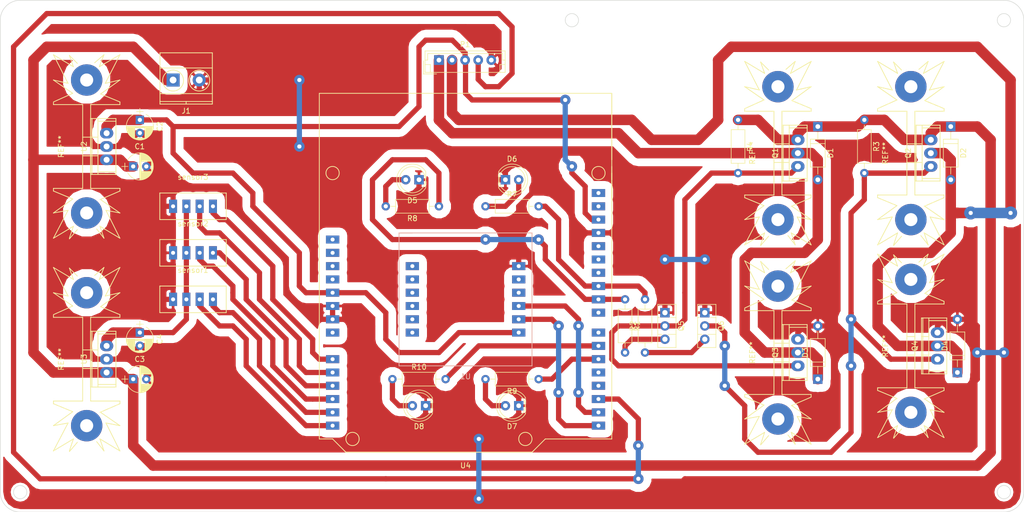
<source format=kicad_pcb>
(kicad_pcb (version 4) (host pcbnew 4.0.5+dfsg1-4)
  (layers (0 F.Cu signal) (31 B.Cu signal) (34 B.Paste user) (35 F.Paste user) (36 B.SilkS user) (37 F.SilkS user) (38 B.Mask user) (39 F.Mask user) (44 Edge.Cuts user))
  (net 0 "")
  (net 1 +12V)
  (net 2 GND)
  (net 3 +5V)
  (net 4 +9V)
  (net 5 motor+)
  (net 6 motor-)
  (net 7 "Net-(D5-Pad2)")
  (net 8 "Net-(D6-Pad2)")
  (net 9 "Net-(D7-Pad2)")
  (net 10 "Net-(D8-Pad2)")
  (net 11 pulse)
  (net 12 "Net-(Q1-Pad1)")
  (net 13 "Net-(Q2-Pad1)")
  (net 14 "Net-(Q5-Pad3)")
  (net 15 "Net-(Q6-Pad3)")
  (net 16 signal1)
  (net 17 signal2)
  (net 18 ccw_state)
  (net 19 cw_state)
  (net 20 temp1)
  (net 21 wind1)
  (net 22 temp2)
  (net 23 wind2)
  (net 24 temp3)
  (net 25 wind3)
  (net 26 "Net-(U1-Pad4)")
  (net 27 "Net-(U1-Pad5)")
  (net 28 "Net-(U1-Pad7)")
  (net 29 "Net-(U1-Pad8)")
  (net 30 "Net-(U1-Pad9)")
  (net 31 "Net-(U1-Pad10)")
  (net 32 "Net-(U1-Pad11)")
  (net 33 "Net-(U1-Pad12)")
  (net 34 "Net-(U4-Pad18)")
  (net 35 "Net-(U4-Pad19)")
  (net 36 "Net-(U4-Pad22)")
  (net 37 "Net-(U4-Pad8)")
  (net 38 "Net-(U4-Pad23)")
  (net 39 "Net-(U4-Pad26)")
  (net 40 "Net-(U4-Pad27)")
  (net 41 "Net-(U4-Pad28)")
  (net 42 "Net-(U4-Pad4)")
  (net 43 "Net-(U4-Pad3)")
  (net 44 "Net-(U4-Pad2)")
  (net 45 rx)
  (net 46 tx)
  (module Heatsinks:Heatsink_Fischer_SK104-STC-STIC_35x13mm_2xDrill2.5mm (layer F.Cu) (at 231.14 78.74 90)
    (fp_text reference REF** (at -0.025 -4.875 90) (layer F.SilkS))
    (fp_text value Heatsink_Fischer_SK104-STC-STIC_35x13mm_2xDrill2.5mm)
    (pad 1 thru_hole circle (at 12.7 0 90) (size 5.99948 5.99948) (drill 2.49936) (layers *.Cu *.Mask))
    (pad 1 thru_hole circle (at -12.7 0 90) (size 5.99948 5.99948) (drill 2.49936) (layers *.Cu *.Mask))
  )
  (module Heatsinks:Heatsink_Fischer_SK104-STC-STIC_35x13mm_2xDrill2.5mm (layer F.Cu) (at 231.14 115.57 90)
    (fp_text reference REF** (at -0.025 -4.875 90) (layer F.SilkS))
    (fp_text value Heatsink_Fischer_SK104-STC-STIC_35x13mm_2xDrill2.5mm)
    (pad 1 thru_hole circle (at 12.7 0 90) (size 5.99948 5.99948) (drill 2.49936) (layers *.Cu *.Mask))
    (pad 1 thru_hole circle (at -12.7 0 90) (size 5.99948 5.99948) (drill 2.49936) (layers *.Cu *.Mask))
  )
  (module Heatsinks:Heatsink_Fischer_SK104-STC-STIC_35x13mm_2xDrill2.5mm (layer F.Cu) (at 205.74 116.84 90)
    (fp_text reference REF** (at -0.025 -4.875 90) (layer F.SilkS))
    (fp_text value Heatsink_Fischer_SK104-STC-STIC_35x13mm_2xDrill2.5mm)
    (pad 1 thru_hole circle (at 12.7 0 90) (size 5.99948 5.99948) (drill 2.49936) (layers *.Cu *.Mask))
    (pad 1 thru_hole circle (at -12.7 0 90) (size 5.99948 5.99948) (drill 2.49936) (layers *.Cu *.Mask))
  )
  (module Heatsinks:Heatsink_Fischer_SK104-STC-STIC_35x13mm_2xDrill2.5mm (layer F.Cu) (at 205.74 78.74 90)
    (fp_text reference REF** (at -0.025 -4.875 90) (layer F.SilkS))
    (fp_text value Heatsink_Fischer_SK104-STC-STIC_35x13mm_2xDrill2.5mm)
    (pad 1 thru_hole circle (at 12.7 0 90) (size 5.99948 5.99948) (drill 2.49936) (layers *.Cu *.Mask))
    (pad 1 thru_hole circle (at -12.7 0 90) (size 5.99948 5.99948) (drill 2.49936) (layers *.Cu *.Mask))
  )
  (module Capacitors_THT:CP_Radial_D5.0mm_P2.50mm (layer F.Cu) (at 82.55 81.28)
    (fp_text reference C1 (at 1.25 -3.81) (layer F.SilkS))
    (fp_text value 0.33uF)
    (pad 1 thru_hole rect (at 0 0) (size 1.6 1.6) (drill 0.8) (layers *.Cu *.Mask) (net 1 +12V))
    (pad 2 thru_hole circle (at 2.5 0) (size 1.6 1.6) (drill 0.8) (layers *.Cu *.Mask) (net 2 GND))
  )
  (module Capacitors_THT:CP_Radial_D5.0mm_P2.50mm (layer F.Cu) (at 83.82 72.39 270)
    (fp_text reference C2 (at 1.25 -3.81 270) (layer F.SilkS))
    (fp_text value 0.1uF)
    (pad 1 thru_hole rect (at 0 0 270) (size 1.6 1.6) (drill 0.8) (layers *.Cu *.Mask) (net 3 +5V))
    (pad 2 thru_hole circle (at 2.5 0 270) (size 1.6 1.6) (drill 0.8) (layers *.Cu *.Mask) (net 2 GND))
  )
  (module Capacitors_THT:CP_Radial_D5.0mm_P2.50mm (layer F.Cu) (at 82.55 121.92)
    (fp_text reference C3 (at 1.25 -3.81) (layer F.SilkS))
    (fp_text value 0.33uF)
    (pad 1 thru_hole rect (at 0 0) (size 1.6 1.6) (drill 0.8) (layers *.Cu *.Mask) (net 1 +12V))
    (pad 2 thru_hole circle (at 2.5 0) (size 1.6 1.6) (drill 0.8) (layers *.Cu *.Mask) (net 2 GND))
  )
  (module Capacitors_THT:CP_Radial_D5.0mm_P2.50mm (layer F.Cu) (at 83.82 113.03 270)
    (fp_text reference C4 (at 1.25 -3.81 270) (layer F.SilkS))
    (fp_text value 0.1uF)
    (pad 1 thru_hole rect (at 0 0 270) (size 1.6 1.6) (drill 0.8) (layers *.Cu *.Mask) (net 4 +9V))
    (pad 2 thru_hole circle (at 2.5 0 270) (size 1.6 1.6) (drill 0.8) (layers *.Cu *.Mask) (net 2 GND))
  )
  (module Diodes_THT:D_A-405_P10.16mm_Horizontal (layer F.Cu) (at 213.36 73.66 270)
    (fp_text reference D1 (at 5.08 -2.41 270) (layer F.SilkS))
    (fp_text value D)
    (pad 1 thru_hole rect (at 0 0 270) (size 1.8 1.8) (drill 0.9) (layers *.Cu *.Mask) (net 1 +12V))
    (pad 2 thru_hole oval (at 10.16 0 270) (size 1.8 1.8) (drill 0.9) (layers *.Cu *.Mask) (net 5 motor+))
  )
  (module Diodes_THT:D_A-405_P10.16mm_Horizontal (layer F.Cu) (at 238.76 73.66 270)
    (fp_text reference D2 (at 5.08 -2.41 270) (layer F.SilkS))
    (fp_text value D)
    (pad 1 thru_hole rect (at 0 0 270) (size 1.8 1.8) (drill 0.9) (layers *.Cu *.Mask) (net 1 +12V))
    (pad 2 thru_hole oval (at 10.16 0 270) (size 1.8 1.8) (drill 0.9) (layers *.Cu *.Mask) (net 6 motor-))
  )
  (module Diodes_THT:D_A-405_P10.16mm_Horizontal (layer F.Cu) (at 213.36 121.92 90)
    (fp_text reference D3 (at 5.08 -2.41 90) (layer F.SilkS))
    (fp_text value D)
    (pad 1 thru_hole rect (at 0 0 90) (size 1.8 1.8) (drill 0.9) (layers *.Cu *.Mask) (net 5 motor+))
    (pad 2 thru_hole oval (at 10.16 0 90) (size 1.8 1.8) (drill 0.9) (layers *.Cu *.Mask) (net 2 GND))
  )
  (module Diodes_THT:D_A-405_P10.16mm_Horizontal (layer F.Cu) (at 240.03 120.65 90)
    (fp_text reference D4 (at 5.08 -2.41 90) (layer F.SilkS))
    (fp_text value D)
    (pad 1 thru_hole rect (at 0 0 90) (size 1.8 1.8) (drill 0.9) (layers *.Cu *.Mask) (net 6 motor-))
    (pad 2 thru_hole oval (at 10.16 0 90) (size 1.8 1.8) (drill 0.9) (layers *.Cu *.Mask) (net 2 GND))
  )
  (module LEDs:LED_D5.0mm (layer F.Cu) (at 137.16 83.82 180)
    (fp_text reference D5 (at 1.27 -3.96 180) (layer F.SilkS))
    (fp_text value LED)
    (pad 1 thru_hole rect (at 0 0 180) (size 1.8 1.8) (drill 0.9) (layers *.Cu *.Mask) (net 2 GND))
    (pad 2 thru_hole circle (at 2.54 0 180) (size 1.8 1.8) (drill 0.9) (layers *.Cu *.Mask) (net 7 "Net-(D5-Pad2)"))
  )
  (module LEDs:LED_D5.0mm (layer F.Cu) (at 153.67 83.82)
    (fp_text reference D6 (at 1.27 -3.96) (layer F.SilkS))
    (fp_text value LED)
    (pad 1 thru_hole rect (at 0 0) (size 1.8 1.8) (drill 0.9) (layers *.Cu *.Mask) (net 2 GND))
    (pad 2 thru_hole circle (at 2.54 0) (size 1.8 1.8) (drill 0.9) (layers *.Cu *.Mask) (net 8 "Net-(D6-Pad2)"))
  )
  (module LEDs:LED_D5.0mm (layer F.Cu) (at 156.21 127 180)
    (fp_text reference D7 (at 1.27 -3.96 180) (layer F.SilkS))
    (fp_text value LED)
    (pad 1 thru_hole rect (at 0 0 180) (size 1.8 1.8) (drill 0.9) (layers *.Cu *.Mask) (net 2 GND))
    (pad 2 thru_hole circle (at 2.54 0 180) (size 1.8 1.8) (drill 0.9) (layers *.Cu *.Mask) (net 9 "Net-(D7-Pad2)"))
  )
  (module LEDs:LED_D5.0mm (layer F.Cu) (at 138.43 127 180)
    (fp_text reference D8 (at 1.27 -3.96 180) (layer F.SilkS))
    (fp_text value LED)
    (pad 1 thru_hole rect (at 0 0 180) (size 1.8 1.8) (drill 0.9) (layers *.Cu *.Mask) (net 2 GND))
    (pad 2 thru_hole circle (at 2.54 0 180) (size 1.8 1.8) (drill 0.9) (layers *.Cu *.Mask) (net 10 "Net-(D8-Pad2)"))
  )
  (module TerminalBlock_Phoenix:TerminalBlock_Phoenix_MKDS1.5-2pol (layer F.Cu) (at 90.17 64.77)
    (fp_text reference J1 (at 2.5 5.9) (layer F.SilkS))
    (fp_text value Screw_Terminal_1x02)
    (pad 1 thru_hole rect (at 0 0) (size 2.5 2.5) (drill 1.3) (layers *.Cu *.Mask) (net 1 +12V))
    (pad 2 thru_hole circle (at 5 0) (size 2.5 2.5) (drill 1.3) (layers *.Cu *.Mask) (net 2 GND))
  )
  (module Connectors_JST:JST_EH_B05B-EH-A_05x2.50mm_Straight (layer F.Cu) (at 140.97 60.96)
    (fp_text reference P1 (at 5 -3) (layer F.SilkS))
    (fp_text value CONN_01X05)
    (pad 1 thru_hole rect (at 0 0) (size 1.85 1.85) (drill 0.9) (layers *.Cu *.Mask) (net 5 motor+))
    (pad 2 thru_hole circle (at 2.5 0) (size 1.85 1.85) (drill 0.9) (layers *.Cu *.Mask) (net 6 motor-))
    (pad 3 thru_hole circle (at 5 0) (size 1.85 1.85) (drill 0.9) (layers *.Cu *.Mask) (net 3 +5V))
    (pad 4 thru_hole circle (at 7.5 0) (size 1.85 1.85) (drill 0.9) (layers *.Cu *.Mask) (net 11 pulse))
    (pad 5 thru_hole circle (at 10 0) (size 1.85 1.85) (drill 0.9) (layers *.Cu *.Mask) (net 2 GND))
  )
  (module Power_Integrations:TO-220 (layer F.Cu) (at 209.55 78.74 90)
    (fp_text reference Q1 (at 0 -4.318 90) (layer F.SilkS))
    (fp_text value IRF9540N)
    (pad 2 thru_hole oval (at 0 0 90) (size 2.032 2.54) (drill 1.143) (layers *.Cu *.Mask) (net 5 motor+))
    (pad 3 thru_hole oval (at 2.54 0 90) (size 2.032 2.54) (drill 1.143) (layers *.Cu *.Mask) (net 1 +12V))
    (pad 1 thru_hole oval (at -2.54 0 90) (size 2.032 2.54) (drill 1.143) (layers *.Cu *.Mask) (net 12 "Net-(Q1-Pad1)"))
  )
  (module Power_Integrations:TO-220 (layer F.Cu) (at 234.95 78.74 90)
    (fp_text reference Q2 (at 0 -4.318 90) (layer F.SilkS))
    (fp_text value IRF9540N)
    (pad 2 thru_hole oval (at 0 0 90) (size 2.032 2.54) (drill 1.143) (layers *.Cu *.Mask) (net 6 motor-))
    (pad 3 thru_hole oval (at 2.54 0 90) (size 2.032 2.54) (drill 1.143) (layers *.Cu *.Mask) (net 1 +12V))
    (pad 1 thru_hole oval (at -2.54 0 90) (size 2.032 2.54) (drill 1.143) (layers *.Cu *.Mask) (net 13 "Net-(Q2-Pad1)"))
  )
  (module Power_Integrations:TO-220 (layer F.Cu) (at 209.55 116.84 90)
    (fp_text reference Q3 (at 0 -4.318 90) (layer F.SilkS))
    (fp_text value IRF540N)
    (pad 2 thru_hole oval (at 0 0 90) (size 2.032 2.54) (drill 1.143) (layers *.Cu *.Mask) (net 5 motor+))
    (pad 3 thru_hole oval (at 2.54 0 90) (size 2.032 2.54) (drill 1.143) (layers *.Cu *.Mask) (net 2 GND))
    (pad 1 thru_hole oval (at -2.54 0 90) (size 2.032 2.54) (drill 1.143) (layers *.Cu *.Mask) (net 12 "Net-(Q1-Pad1)"))
  )
  (module Power_Integrations:TO-220 (layer F.Cu) (at 236.22 115.57 90)
    (fp_text reference Q4 (at 0 -4.318 90) (layer F.SilkS))
    (fp_text value IRF540N)
    (pad 2 thru_hole oval (at 0 0 90) (size 2.032 2.54) (drill 1.143) (layers *.Cu *.Mask) (net 6 motor-))
    (pad 3 thru_hole oval (at 2.54 0 90) (size 2.032 2.54) (drill 1.143) (layers *.Cu *.Mask) (net 2 GND))
    (pad 1 thru_hole oval (at -2.54 0 90) (size 2.032 2.54) (drill 1.143) (layers *.Cu *.Mask) (net 13 "Net-(Q2-Pad1)"))
  )
  (module TO_SOT_Packages_THT:TO-126_Vertical (layer F.Cu) (at 184.15 109.22 270)
    (fp_text reference Q5 (at 2.54 -3.12 270) (layer F.SilkS))
    (fp_text value BD139)
    (pad 1 thru_hole rect (at 0 0 270) (size 1.8 1.8) (drill 1) (layers *.Cu *.Mask) (net 2 GND))
    (pad 2 thru_hole oval (at 2.54 0 270) (size 1.8 1.8) (drill 1) (layers *.Cu *.Mask) (net 12 "Net-(Q1-Pad1)"))
    (pad 3 thru_hole oval (at 5.08 0 270) (size 1.8 1.8) (drill 1) (layers *.Cu *.Mask) (net 14 "Net-(Q5-Pad3)"))
  )
  (module TO_SOT_Packages_THT:TO-126_Vertical (layer F.Cu) (at 191.77 109.22 270)
    (fp_text reference Q6 (at 2.54 -3.12 270) (layer F.SilkS))
    (fp_text value BD139)
    (pad 1 thru_hole rect (at 0 0 270) (size 1.8 1.8) (drill 1) (layers *.Cu *.Mask) (net 2 GND))
    (pad 2 thru_hole oval (at 2.54 0 270) (size 1.8 1.8) (drill 1) (layers *.Cu *.Mask) (net 13 "Net-(Q2-Pad1)"))
    (pad 3 thru_hole oval (at 5.08 0 270) (size 1.8 1.8) (drill 1) (layers *.Cu *.Mask) (net 15 "Net-(Q6-Pad3)"))
  )
  (module Resistors_THT:R_Axial_DIN0207_L6.3mm_D2.5mm_P10.16mm_Horizontal (layer F.Cu) (at 176.53 106.68 270)
    (fp_text reference R1 (at 5.08 -2.31 270) (layer F.SilkS))
    (fp_text value 330)
    (pad 1 thru_hole circle (at 0 0 270) (size 1.6 1.6) (drill 0.8) (layers *.Cu *.Mask) (net 16 signal1))
    (pad 2 thru_hole oval (at 10.16 0 270) (size 1.6 1.6) (drill 0.8) (layers *.Cu *.Mask) (net 14 "Net-(Q5-Pad3)"))
  )
  (module Resistors_THT:R_Axial_DIN0207_L6.3mm_D2.5mm_P10.16mm_Horizontal (layer F.Cu) (at 180.34 116.84 90)
    (fp_text reference R2 (at 5.08 -2.31 90) (layer F.SilkS))
    (fp_text value 330)
    (pad 1 thru_hole circle (at 0 0 90) (size 1.6 1.6) (drill 0.8) (layers *.Cu *.Mask) (net 15 "Net-(Q6-Pad3)"))
    (pad 2 thru_hole oval (at 10.16 0 90) (size 1.6 1.6) (drill 0.8) (layers *.Cu *.Mask) (net 17 signal2))
  )
  (module Resistors_THT:R_Axial_DIN0207_L6.3mm_D2.5mm_P10.16mm_Horizontal (layer F.Cu) (at 222.25 72.39 270)
    (fp_text reference R3 (at 5.08 -2.31 270) (layer F.SilkS))
    (fp_text value 10k)
    (pad 1 thru_hole circle (at 0 0 270) (size 1.6 1.6) (drill 0.8) (layers *.Cu *.Mask) (net 1 +12V))
    (pad 2 thru_hole oval (at 10.16 0 270) (size 1.6 1.6) (drill 0.8) (layers *.Cu *.Mask) (net 13 "Net-(Q2-Pad1)"))
  )
  (module Resistors_THT:R_Axial_DIN0207_L6.3mm_D2.5mm_P10.16mm_Horizontal (layer F.Cu) (at 198.12 72.39 270)
    (fp_text reference R4 (at 5.08 -2.31 270) (layer F.SilkS))
    (fp_text value 10k)
    (pad 1 thru_hole circle (at 0 0 270) (size 1.6 1.6) (drill 0.8) (layers *.Cu *.Mask) (net 1 +12V))
    (pad 2 thru_hole oval (at 10.16 0 270) (size 1.6 1.6) (drill 0.8) (layers *.Cu *.Mask) (net 12 "Net-(Q1-Pad1)"))
  )
  (module Resistors_THT:R_Axial_DIN0207_L6.3mm_D2.5mm_P10.16mm_Horizontal (layer F.Cu) (at 149.86 88.9)
    (fp_text reference R7 (at 5.08 -2.31) (layer F.SilkS))
    (fp_text value 1k)
    (pad 1 thru_hole circle (at 0 0) (size 1.6 1.6) (drill 0.8) (layers *.Cu *.Mask) (net 8 "Net-(D6-Pad2)"))
    (pad 2 thru_hole oval (at 10.16 0) (size 1.6 1.6) (drill 0.8) (layers *.Cu *.Mask) (net 17 signal2))
  )
  (module Resistors_THT:R_Axial_DIN0207_L6.3mm_D2.5mm_P10.16mm_Horizontal (layer F.Cu) (at 140.97 88.9 180)
    (fp_text reference R8 (at 5.08 -2.31 180) (layer F.SilkS))
    (fp_text value 1k)
    (pad 1 thru_hole circle (at 0 0 180) (size 1.6 1.6) (drill 0.8) (layers *.Cu *.Mask) (net 16 signal1))
    (pad 2 thru_hole oval (at 10.16 0 180) (size 1.6 1.6) (drill 0.8) (layers *.Cu *.Mask) (net 7 "Net-(D5-Pad2)"))
  )
  (module Resistors_THT:R_Axial_DIN0207_L6.3mm_D2.5mm_P10.16mm_Horizontal (layer F.Cu) (at 160.02 121.92 180)
    (fp_text reference R9 (at 5.08 -2.31 180) (layer F.SilkS))
    (fp_text value 1k)
    (pad 1 thru_hole circle (at 0 0 180) (size 1.6 1.6) (drill 0.8) (layers *.Cu *.Mask) (net 18 ccw_state))
    (pad 2 thru_hole oval (at 10.16 0 180) (size 1.6 1.6) (drill 0.8) (layers *.Cu *.Mask) (net 9 "Net-(D7-Pad2)"))
  )
  (module Resistors_THT:R_Axial_DIN0207_L6.3mm_D2.5mm_P10.16mm_Horizontal (layer F.Cu) (at 132.08 121.92)
    (fp_text reference R10 (at 5.08 -2.31) (layer F.SilkS))
    (fp_text value 1k)
    (pad 1 thru_hole circle (at 0 0) (size 1.6 1.6) (drill 0.8) (layers *.Cu *.Mask) (net 10 "Net-(D8-Pad2)"))
    (pad 2 thru_hole oval (at 10.16 0) (size 1.6 1.6) (drill 0.8) (layers *.Cu *.Mask) (net 19 cw_state))
  )
  (module Connectors:con_1x4 (layer F.Cu) (at 93.98 101.6 180)
    (fp_text reference sensor1 (at 0 0.5 180) (layer F.SilkS))
    (fp_text value male_pin_header)
    (pad 1 thru_hole rect (at -3.81 -5.08 180) (size 1.524 2.54) (drill 0.762) (layers *.Cu *.Mask) (net 20 temp1))
    (pad 2 thru_hole rect (at -1.27 -5.08 180) (size 1.524 2.54) (drill 0.762) (layers *.Cu *.Mask) (net 21 wind1))
    (pad 3 thru_hole rect (at 1.27 -5.08 180) (size 1.524 2.54) (drill 0.762) (layers *.Cu *.Mask) (net 4 +9V))
    (pad 4 thru_hole rect (at 3.81 -5.08 180) (size 1.524 2.54) (drill 0.762) (layers *.Cu *.Mask) (net 2 GND))
  )
  (module Connectors:con_1x4 (layer F.Cu) (at 93.98 92.71 180)
    (fp_text reference sensor2 (at 0 0.5 180) (layer F.SilkS))
    (fp_text value male_pin_header)
    (pad 1 thru_hole rect (at -3.81 -5.08 180) (size 1.524 2.54) (drill 0.762) (layers *.Cu *.Mask) (net 22 temp2))
    (pad 2 thru_hole rect (at -1.27 -5.08 180) (size 1.524 2.54) (drill 0.762) (layers *.Cu *.Mask) (net 23 wind2))
    (pad 3 thru_hole rect (at 1.27 -5.08 180) (size 1.524 2.54) (drill 0.762) (layers *.Cu *.Mask) (net 4 +9V))
    (pad 4 thru_hole rect (at 3.81 -5.08 180) (size 1.524 2.54) (drill 0.762) (layers *.Cu *.Mask) (net 2 GND))
  )
  (module Connectors:con_1x4 (layer F.Cu) (at 93.98 83.82 180)
    (fp_text reference sensor3 (at 0 0.5 180) (layer F.SilkS))
    (fp_text value male_pin_header)
    (pad 1 thru_hole rect (at -3.81 -5.08 180) (size 1.524 2.54) (drill 0.762) (layers *.Cu *.Mask) (net 24 temp3))
    (pad 2 thru_hole rect (at -1.27 -5.08 180) (size 1.524 2.54) (drill 0.762) (layers *.Cu *.Mask) (net 25 wind3))
    (pad 3 thru_hole rect (at 1.27 -5.08 180) (size 1.524 2.54) (drill 0.762) (layers *.Cu *.Mask) (net 4 +9V))
    (pad 4 thru_hole rect (at 3.81 -5.08 180) (size 1.524 2.54) (drill 0.762) (layers *.Cu *.Mask) (net 2 GND))
  )
  (module compass:compass_gy-26 (layer B.Cu) (at 130.81 88.9)
    (fp_text reference U1 (at 15.24 32.52) (layer B.SilkS) (effects (justify mirror)))
    (fp_text value compass_gy-26)
    (pad 1 thru_hole rect (at 25.4 24.13) (size 2.524 1.524) (drill 0.762) (layers *.Cu *.Mask) (net 3 +5V))
    (pad 2 thru_hole rect (at 25.4 21.59) (size 2.524 1.524) (drill 0.762) (layers *.Cu *.Mask) (net 45 rx))
    (pad 3 thru_hole rect (at 25.4 19.05) (size 2.524 1.524) (drill 0.762) (layers *.Cu *.Mask) (net 46 tx))
    (pad 4 thru_hole rect (at 25.4 16.51) (size 2.524 1.524) (drill 0.762) (layers *.Cu *.Mask) (net 26 "Net-(U1-Pad4)"))
    (pad 5 thru_hole rect (at 25.4 13.97) (size 2.524 1.524) (drill 0.762) (layers *.Cu *.Mask) (net 27 "Net-(U1-Pad5)"))
    (pad 6 thru_hole rect (at 25.4 11.43) (size 2.524 1.524) (drill 0.762) (layers *.Cu *.Mask) (net 2 GND))
    (pad 7 thru_hole rect (at 5.08 24.13) (size 2.524 1.524) (drill 0.762) (layers *.Cu *.Mask) (net 28 "Net-(U1-Pad7)"))
    (pad 8 thru_hole rect (at 5.08 21.59) (size 2.524 1.524) (drill 0.762) (layers *.Cu *.Mask) (net 29 "Net-(U1-Pad8)"))
    (pad 9 thru_hole rect (at 5.08 19.05) (size 2.524 1.524) (drill 0.762) (layers *.Cu *.Mask) (net 30 "Net-(U1-Pad9)"))
    (pad 10 thru_hole rect (at 5.08 16.51) (size 2.524 1.524) (drill 0.762) (layers *.Cu *.Mask) (net 31 "Net-(U1-Pad10)"))
    (pad 11 thru_hole rect (at 5.08 13.97) (size 2.524 1.524) (drill 0.762) (layers *.Cu *.Mask) (net 32 "Net-(U1-Pad11)"))
    (pad 12 thru_hole rect (at 5.08 11.43) (size 2.524 1.524) (drill 0.762) (layers *.Cu *.Mask) (net 33 "Net-(U1-Pad12)"))
  )
  (module Power_Integrations:TO-220 (layer F.Cu) (at 77.47 77.47 90)
    (fp_text reference U2 (at 0 -4.318 90) (layer F.SilkS))
    (fp_text value LM7805CT)
    (pad 2 thru_hole oval (at 0 0 90) (size 2.032 2.54) (drill 1.143) (layers *.Cu *.Mask) (net 2 GND))
    (pad 3 thru_hole oval (at 2.54 0 90) (size 2.032 2.54) (drill 1.143) (layers *.Cu *.Mask) (net 3 +5V))
    (pad 1 thru_hole oval (at -2.54 0 90) (size 2.032 2.54) (drill 1.143) (layers *.Cu *.Mask) (net 1 +12V))
  )
  (module Power_Integrations:TO-220 (layer F.Cu) (at 77.47 118.11 90)
    (fp_text reference U3 (at 0 -4.318 90) (layer F.SilkS))
    (fp_text value LM7809CT)
    (pad 2 thru_hole oval (at 0 0 90) (size 2.032 2.54) (drill 1.143) (layers *.Cu *.Mask) (net 2 GND))
    (pad 3 thru_hole oval (at 2.54 0 90) (size 2.032 2.54) (drill 1.143) (layers *.Cu *.Mask) (net 4 +9V))
    (pad 1 thru_hole oval (at -2.54 0 90) (size 2.032 2.54) (drill 1.143) (layers *.Cu *.Mask) (net 1 +12V))
  )
  (module arduino:arduino_uno (layer F.Cu) (at 146.05 133.35)
    (fp_text reference U4 (at 0 5.08) (layer F.SilkS))
    (fp_text value arduino_UNO)
    (pad 14 thru_hole trapezoid (at -25.4 -2.54) (size 2.54 1.524) (drill 0.762) (layers *.Cu *.Mask) (net 21 wind1))
    (pad 15 thru_hole trapezoid (at 25.4 -2.54) (size 2.54 1.524) (drill 0.762) (layers *.Cu *.Mask) (net 45 rx))
    (pad 13 thru_hole trapezoid (at -25.4 -5.08) (size 2.54 1.524) (drill 0.762) (layers *.Cu *.Mask) (net 20 temp1))
    (pad 12 thru_hole trapezoid (at -25.4 -7.62) (size 2.54 1.524) (drill 0.762) (layers *.Cu *.Mask) (net 23 wind2))
    (pad 11 thru_hole trapezoid (at -25.4 -10.16) (size 2.54 1.524) (drill 0.762) (layers *.Cu *.Mask) (net 22 temp2))
    (pad 10 thru_hole trapezoid (at -25.4 -12.7) (size 2.54 1.524) (drill 0.762) (layers *.Cu *.Mask) (net 25 wind3))
    (pad 9 thru_hole trapezoid (at -25.4 -15.24) (size 2.54 1.524) (drill 0.762) (layers *.Cu *.Mask) (net 24 temp3))
    (pad 16 thru_hole trapezoid (at 25.4 -5.08) (size 2.54 1.524) (drill 0.762) (layers *.Cu *.Mask) (net 46 tx))
    (pad 17 thru_hole trapezoid (at 25.4 -7.62) (size 2.54 1.524) (drill 0.762) (layers *.Cu *.Mask) (net 11 pulse))
    (pad 18 thru_hole trapezoid (at 25.4 -10.16) (size 2.54 1.524) (drill 0.762) (layers *.Cu *.Mask) (net 34 "Net-(U4-Pad18)"))
    (pad 19 thru_hole trapezoid (at 25.4 -12.7) (size 2.54 1.524) (drill 0.762) (layers *.Cu *.Mask) (net 35 "Net-(U4-Pad19)"))
    (pad 20 thru_hole trapezoid (at 25.4 -15.24) (size 2.54 1.524) (drill 0.762) (layers *.Cu *.Mask) (net 18 ccw_state))
    (pad 21 thru_hole trapezoid (at 25.4 -17.78) (size 2.54 1.524) (drill 0.762) (layers *.Cu *.Mask) (net 19 cw_state))
    (pad 22 thru_hole trapezoid (at 25.4 -20.32) (size 2.54 1.524) (drill 0.762) (layers *.Cu *.Mask) (net 36 "Net-(U4-Pad22)"))
    (pad 8 thru_hole trapezoid (at -25.4 -20.32) (size 2.54 1.524) (drill 0.762) (layers *.Cu *.Mask) (net 37 "Net-(U4-Pad8)"))
    (pad 23 thru_hole trapezoid (at 25.4 -24.13) (size 2.54 1.524) (drill 0.762) (layers *.Cu *.Mask) (net 38 "Net-(U4-Pad23)"))
    (pad 24 thru_hole trapezoid (at 25.4 -26.67) (size 2.54 1.524) (drill 0.762) (layers *.Cu *.Mask) (net 16 signal1))
    (pad 25 thru_hole trapezoid (at 25.4 -29.21) (size 2.54 1.524) (drill 0.762) (layers *.Cu *.Mask) (net 17 signal2))
    (pad 26 thru_hole trapezoid (at 25.4 -31.75) (size 2.54 1.524) (drill 0.762) (layers *.Cu *.Mask) (net 39 "Net-(U4-Pad26)"))
    (pad 27 thru_hole trapezoid (at 25.4 -34.29) (size 2.54 1.524) (drill 0.762) (layers *.Cu *.Mask) (net 40 "Net-(U4-Pad27)"))
    (pad 28 thru_hole trapezoid (at 25.4 -36.83) (size 2.54 1.524) (drill 0.762) (layers *.Cu *.Mask) (net 41 "Net-(U4-Pad28)"))
    (pad 29 thru_hole trapezoid (at 25.4 -39.37) (size 2.54 1.524) (drill 0.762) (layers *.Cu *.Mask) (net 2 GND))
    (pad 30 thru_hole trapezoid (at 25.4 -41.91) (size 2.54 1.524) (drill 0.762) (layers *.Cu *.Mask) (net 3 +5V))
    (pad 31 thru_hole trapezoid (at 25.4 -44.45) (size 2.54 1.524) (drill 0.762) (layers *.Cu *.Mask))
    (pad 32 thru_hole trapezoid (at 25.4 -46.99) (size 2.54 1.524) (drill 0.762) (layers *.Cu *.Mask))
    (pad 7 thru_hole trapezoid (at -25.4 -22.86) (size 2.54 1.524) (drill 0.762) (layers *.Cu *.Mask) (net 2 GND))
    (pad 6 thru_hole trapezoid (at -25.4 -25.4) (size 2.54 1.524) (drill 0.762) (layers *.Cu *.Mask) (net 2 GND))
    (pad 5 thru_hole trapezoid (at -25.4 -27.94) (size 2.54 1.524) (drill 0.762) (layers *.Cu *.Mask) (net 3 +5V))
    (pad 4 thru_hole trapezoid (at -25.4 -30.48) (size 2.54 1.524) (drill 0.762) (layers *.Cu *.Mask) (net 42 "Net-(U4-Pad4)"))
    (pad 3 thru_hole trapezoid (at -25.4 -33.02) (size 2.54 1.524) (drill 0.762) (layers *.Cu *.Mask) (net 43 "Net-(U4-Pad3)"))
    (pad 2 thru_hole trapezoid (at -25.4 -35.56) (size 2.54 1.524) (drill 0.762) (layers *.Cu *.Mask) (net 44 "Net-(U4-Pad2)"))
    (pad 1 thru_hole trapezoid (at -25.4 -38.1) (size 2.54 1.524) (drill 0.762) (layers *.Cu *.Mask))
  )
  (module Heatsinks:Heatsink_Fischer_SK104-STC-STIC_35x13mm_2xDrill2.5mm (layer F.Cu) (at 73.66 77.47 90)
    (fp_text reference REF** (at -0.025 -4.875 90) (layer F.SilkS))
    (fp_text value Heatsink_Fischer_SK104-STC-STIC_35x13mm_2xDrill2.5mm)
    (pad 1 thru_hole circle (at 12.7 0 90) (size 5.99948 5.99948) (drill 2.49936) (layers *.Cu *.Mask))
    (pad 1 thru_hole circle (at -12.7 0 90) (size 5.99948 5.99948) (drill 2.49936) (layers *.Cu *.Mask))
  )
  (module Heatsinks:Heatsink_Fischer_SK104-STC-STIC_35x13mm_2xDrill2.5mm (layer F.Cu) (at 73.66 118.11 90)
    (fp_text reference REF** (at -0.025 -4.875 90) (layer F.SilkS))
    (fp_text value Heatsink_Fischer_SK104-STC-STIC_35x13mm_2xDrill2.5mm)
    (pad 1 thru_hole circle (at 12.7 0 90) (size 5.99948 5.99948) (drill 2.49936) (layers *.Cu *.Mask))
    (pad 1 thru_hole circle (at -12.7 0 90) (size 5.99948 5.99948) (drill 2.49936) (layers *.Cu *.Mask))
  )
  (gr_circle (center 166.37 53.34) (end 166.37 54.61) (layer Edge.Cuts) (width 0.1))
  (gr_circle (center 248.92 53.34) (end 248.92 54.61) (layer Edge.Cuts) (width 0.1))
  (gr_circle (center 248.92 143.51) (end 248.92 144.78) (layer Edge.Cuts) (width 0.1))
  (gr_circle (center 60.96 143.51) (end 60.96 144.78) (layer Edge.Cuts) (width 0.1))
  (gr_line (start 252.73 143.51) (end 252.73 53.34) (angle 90) (layer Edge.Cuts) (width 0.1))
  (gr_arc (start 248.92 143.51) (end 252.73 143.51) (angle 90) (layer Edge.Cuts) (width 0.1))
  (gr_line (start 60.96 147.32) (end 248.92 147.32) (angle 90) (layer Edge.Cuts) (width 0.1))
  (gr_arc (start 60.96 143.51) (end 60.96 147.32) (angle 90) (layer Edge.Cuts) (width 0.1))
  (gr_line (start 57.15 53.34) (end 57.15 143.51) (angle 90) (layer Edge.Cuts) (width 0.1))
  (gr_arc (start 60.96 53.34) (end 57.15 53.34) (angle 90) (layer Edge.Cuts) (width 0.1))
  (gr_arc (start 248.92 53.34) (end 248.92 49.53) (angle 90) (layer Edge.Cuts) (width 0.1))
  (gr_line (start 60.96 49.53) (end 248.92 49.53) (angle 90) (layer Edge.Cuts) (width 0.1))
  (segment (start 246.38 135.89) (end 246.38 76.2) (width 2) (layer F.Cu) (net 1))
  (segment (start 82.55 134.62) (end 86.36 138.43) (width 2) (layer F.Cu) (net 1))
  (segment (start 86.36 138.43) (end 243.84 138.43) (width 2) (layer F.Cu) (net 1))
  (segment (start 243.84 138.43) (end 246.38 135.89) (width 2) (layer F.Cu) (net 1))
  (segment (start 82.55 121.92) (end 82.55 134.62) (width 2) (layer F.Cu) (net 1))
  (segment (start 243.84 73.66) (end 238.76 73.66) (width 2) (layer F.Cu) (net 1))
  (segment (start 246.38 76.2) (end 243.84 73.66) (width 2) (layer F.Cu) (net 1))
  (segment (start 209.55 76.2) (end 205.74 76.2) (width 2) (layer F.Cu) (net 1))
  (segment (start 201.93 72.39) (end 198.12 72.39) (width 2) (layer F.Cu) (net 1))
  (segment (start 205.74 76.2) (end 201.93 72.39) (width 2) (layer F.Cu) (net 1))
  (segment (start 222.25 72.39) (end 226.06 72.39) (width 2) (layer F.Cu) (net 1))
  (segment (start 229.87 76.2) (end 234.95 76.2) (width 2) (layer F.Cu) (net 1))
  (segment (start 226.06 72.39) (end 229.87 76.2) (width 2) (layer F.Cu) (net 1))
  (segment (start 213.36 73.66) (end 220.98 73.66) (width 2) (layer F.Cu) (net 1))
  (segment (start 220.98 73.66) (end 222.25 72.39) (width 2) (layer F.Cu) (net 1))
  (segment (start 209.55 76.2) (end 209.55 74.93) (width 2) (layer F.Cu) (net 1))
  (segment (start 210.82 73.66) (end 213.36 73.66) (width 2) (layer F.Cu) (net 1))
  (segment (start 209.55 74.93) (end 210.82 73.66) (width 2) (layer F.Cu) (net 1))
  (segment (start 234.95 76.2) (end 234.95 74.93) (width 2) (layer F.Cu) (net 1))
  (segment (start 236.22 73.66) (end 238.76 73.66) (width 2) (layer F.Cu) (net 1))
  (segment (start 234.95 74.93) (end 236.22 73.66) (width 2) (layer F.Cu) (net 1))
  (segment (start 82.55 81.28) (end 81.28 81.28) (width 2) (layer F.Cu) (net 1))
  (segment (start 80.01 80.01) (end 77.47 80.01) (width 2) (layer F.Cu) (net 1))
  (segment (start 81.28 81.28) (end 80.01 80.01) (width 2) (layer F.Cu) (net 1))
  (segment (start 77.47 80.01) (end 63.5 80.01) (width 2) (layer F.Cu) (net 1))
  (segment (start 77.47 120.65) (end 80.01 120.65) (width 2) (layer F.Cu) (net 1))
  (segment (start 81.28 121.92) (end 82.55 121.92) (width 2) (layer F.Cu) (net 1))
  (segment (start 80.01 120.65) (end 81.28 121.92) (width 2) (layer F.Cu) (net 1))
  (segment (start 90.17 64.77) (end 88.9 64.77) (width 2) (layer F.Cu) (net 1))
  (segment (start 67.31 120.65) (end 77.47 120.65) (width 2) (layer F.Cu) (net 1))
  (segment (start 63.5 116.84) (end 67.31 120.65) (width 2) (layer F.Cu) (net 1))
  (segment (start 63.5 60.96) (end 63.5 80.01) (width 2) (layer F.Cu) (net 1))
  (segment (start 63.5 80.01) (end 63.5 116.84) (width 2) (layer F.Cu) (net 1))
  (segment (start 66.04 58.42) (end 63.5 60.96) (width 2) (layer F.Cu) (net 1))
  (segment (start 82.55 58.42) (end 66.04 58.42) (width 2) (layer F.Cu) (net 1))
  (segment (start 88.9 64.77) (end 82.55 58.42) (width 2) (layer F.Cu) (net 1))
  (segment (start 168.91 93.98) (end 167.64 93.98) (width 1) (layer F.Cu) (net 2))
  (segment (start 156.21 88.9) (end 158.75 86.36) (width 1) (layer F.Cu) (net 2))
  (segment (start 171.45 93.98) (end 168.91 93.98) (width 1) (layer F.Cu) (net 2))
  (segment (start 156.21 88.9) (end 156.21 100.33) (width 1) (layer F.Cu) (net 2))
  (segment (start 162.56 86.36) (end 158.75 86.36) (width 1) (layer F.Cu) (net 2))
  (segment (start 166.37 90.17) (end 162.56 86.36) (width 1) (layer F.Cu) (net 2))
  (segment (start 166.37 92.71) (end 166.37 90.17) (width 1) (layer F.Cu) (net 2))
  (segment (start 167.64 93.98) (end 166.37 92.71) (width 1) (layer F.Cu) (net 2))
  (via (at 243.84 116.84) (size 2) (drill 0.8) (layers F.Cu B.Cu) (net 2))
  (segment (start 156.21 127) (end 156.21 129.54) (width 1) (layer F.Cu) (net 2))
  (segment (start 154.94 130.81) (end 156.21 129.54) (width 1) (layer F.Cu) (net 2))
  (segment (start 151.13 130.81) (end 154.94 130.81) (width 1) (layer F.Cu) (net 2))
  (segment (start 148.59 133.35) (end 151.13 130.81) (width 1) (layer F.Cu) (net 2))
  (via (at 148.59 133.35) (size 2) (drill 0.8) (layers F.Cu B.Cu) (net 2))
  (segment (start 148.59 144.78) (end 148.59 133.35) (width 1) (layer B.Cu) (net 2))
  (via (at 148.59 144.78) (size 2) (drill 0.8) (layers F.Cu B.Cu) (net 2))
  (segment (start 184.15 144.78) (end 148.59 144.78) (width 1) (layer F.Cu) (net 2))
  (segment (start 187.96 140.97) (end 184.15 144.78) (width 1) (layer F.Cu) (net 2))
  (segment (start 246.38 140.97) (end 187.96 140.97) (width 1) (layer F.Cu) (net 2))
  (segment (start 247.65 139.7) (end 246.38 140.97) (width 1) (layer F.Cu) (net 2))
  (segment (start 248.92 138.43) (end 247.65 139.7) (width 1) (layer F.Cu) (net 2))
  (segment (start 248.92 116.84) (end 248.92 138.43) (width 1) (layer F.Cu) (net 2))
  (via (at 248.92 116.84) (size 2) (drill 0.8) (layers F.Cu B.Cu) (net 2))
  (segment (start 248.92 116.84) (end 243.84 116.84) (width 1) (layer B.Cu) (net 2))
  (segment (start 153.67 83.82) (end 151.13 83.82) (width 1) (layer F.Cu) (net 2))
  (segment (start 151.13 83.82) (end 153.67 83.82) (width 1) (layer F.Cu) (net 2))
  (segment (start 153.67 83.82) (end 153.67 82.55) (width 1) (layer F.Cu) (net 2))
  (segment (start 153.67 82.55) (end 151.13 80.01) (width 1) (layer F.Cu) (net 2))
  (segment (start 151.13 80.01) (end 143.51 80.01) (width 1) (layer F.Cu) (net 2))
  (segment (start 143.51 80.01) (end 140.97 77.47) (width 1) (layer F.Cu) (net 2))
  (segment (start 140.97 77.47) (end 114.3 77.47) (width 1) (layer F.Cu) (net 2))
  (via (at 114.3 77.47) (size 2) (drill 0.8) (layers F.Cu B.Cu) (net 2))
  (segment (start 114.3 77.47) (end 114.3 64.77) (width 1) (layer B.Cu) (net 2))
  (via (at 114.3 64.77) (size 2) (drill 0.8) (layers F.Cu B.Cu) (net 2))
  (segment (start 213.36 111.76) (end 217.17 111.76) (width 1) (layer F.Cu) (net 2))
  (segment (start 217.17 111.76) (end 228.6 123.19) (width 1) (layer F.Cu) (net 2))
  (segment (start 228.6 123.19) (end 242.57 123.19) (width 1) (layer F.Cu) (net 2))
  (segment (start 242.57 123.19) (end 243.84 121.92) (width 1) (layer F.Cu) (net 2))
  (segment (start 243.84 121.92) (end 243.84 116.84) (width 1) (layer F.Cu) (net 2))
  (segment (start 242.57 110.49) (end 240.03 110.49) (width 1) (layer F.Cu) (net 2))
  (segment (start 243.84 116.84) (end 243.84 111.76) (width 1) (layer F.Cu) (net 2))
  (segment (start 243.84 111.76) (end 242.57 110.49) (width 1) (layer F.Cu) (net 2))
  (segment (start 150.97 60.96) (end 150.97 59.53) (width 1) (layer F.Cu) (net 2))
  (segment (start 130.81 64.77) (end 114.3 64.77) (width 1) (layer F.Cu) (net 2))
  (segment (start 114.3 64.77) (end 95.17 64.77) (width 1) (layer F.Cu) (net 2))
  (segment (start 134.62 60.96) (end 130.81 64.77) (width 1) (layer F.Cu) (net 2))
  (segment (start 134.62 57.15) (end 134.62 60.96) (width 1) (layer F.Cu) (net 2))
  (segment (start 137.16 54.61) (end 134.62 57.15) (width 1) (layer F.Cu) (net 2))
  (segment (start 146.05 54.61) (end 137.16 54.61) (width 1) (layer F.Cu) (net 2))
  (segment (start 150.97 59.53) (end 146.05 54.61) (width 1) (layer F.Cu) (net 2))
  (segment (start 191.77 109.22) (end 191.77 99.06) (width 1) (layer F.Cu) (net 2))
  (segment (start 184.15 99.06) (end 184.15 102.87) (width 1) (layer F.Cu) (net 2))
  (via (at 184.15 99.06) (size 2) (drill 0.8) (layers F.Cu B.Cu) (net 2))
  (segment (start 191.77 99.06) (end 184.15 99.06) (width 1) (layer B.Cu) (net 2))
  (via (at 191.77 99.06) (size 2) (drill 0.8) (layers F.Cu B.Cu) (net 2))
  (segment (start 184.15 109.22) (end 184.15 102.87) (width 1) (layer F.Cu) (net 2))
  (segment (start 184.15 102.87) (end 184.15 91.44) (width 1) (layer F.Cu) (net 2))
  (segment (start 180.34 87.63) (end 175.26 87.63) (width 1) (layer F.Cu) (net 2))
  (segment (start 184.15 91.44) (end 180.34 87.63) (width 1) (layer F.Cu) (net 2))
  (segment (start 236.22 113.03) (end 236.22 111.76) (width 1) (layer F.Cu) (net 2))
  (segment (start 236.22 111.76) (end 237.49 110.49) (width 1) (layer F.Cu) (net 2))
  (segment (start 237.49 110.49) (end 240.03 110.49) (width 1) (layer F.Cu) (net 2))
  (segment (start 209.55 114.3) (end 209.55 113.03) (width 1) (layer F.Cu) (net 2))
  (segment (start 210.82 111.76) (end 213.36 111.76) (width 1) (layer F.Cu) (net 2))
  (segment (start 209.55 113.03) (end 210.82 111.76) (width 1) (layer F.Cu) (net 2))
  (segment (start 171.45 93.98) (end 173.99 93.98) (width 1) (layer F.Cu) (net 2))
  (segment (start 153.67 81.28) (end 153.67 83.82) (width 1) (layer F.Cu) (net 2))
  (segment (start 156.21 78.74) (end 153.67 81.28) (width 1) (layer F.Cu) (net 2))
  (segment (start 172.72 78.74) (end 156.21 78.74) (width 1) (layer F.Cu) (net 2))
  (segment (start 175.26 81.28) (end 172.72 78.74) (width 1) (layer F.Cu) (net 2))
  (segment (start 175.26 92.71) (end 175.26 87.63) (width 1) (layer F.Cu) (net 2))
  (segment (start 175.26 87.63) (end 175.26 81.28) (width 1) (layer F.Cu) (net 2))
  (segment (start 173.99 93.98) (end 175.26 92.71) (width 1) (layer F.Cu) (net 2))
  (segment (start 138.43 127) (end 138.43 129.54) (width 1) (layer F.Cu) (net 2))
  (segment (start 127 110.49) (end 120.65 110.49) (width 1) (layer F.Cu) (net 2))
  (segment (start 128.27 111.76) (end 127 110.49) (width 1) (layer F.Cu) (net 2))
  (segment (start 128.27 125.73) (end 128.27 111.76) (width 1) (layer F.Cu) (net 2))
  (segment (start 133.35 130.81) (end 128.27 125.73) (width 1) (layer F.Cu) (net 2))
  (segment (start 137.16 130.81) (end 133.35 130.81) (width 1) (layer F.Cu) (net 2))
  (segment (start 138.43 129.54) (end 137.16 130.81) (width 1) (layer F.Cu) (net 2))
  (segment (start 153.67 83.82) (end 149.86 83.82) (width 1) (layer F.Cu) (net 2))
  (segment (start 137.16 87.63) (end 137.16 83.82) (width 1) (layer F.Cu) (net 2))
  (segment (start 135.89 88.9) (end 137.16 87.63) (width 1) (layer F.Cu) (net 2))
  (segment (start 135.89 91.44) (end 135.89 88.9) (width 1) (layer F.Cu) (net 2))
  (segment (start 137.16 92.71) (end 135.89 91.44) (width 1) (layer F.Cu) (net 2))
  (segment (start 143.51 92.71) (end 137.16 92.71) (width 1) (layer F.Cu) (net 2))
  (segment (start 144.78 91.44) (end 143.51 92.71) (width 1) (layer F.Cu) (net 2))
  (segment (start 144.78 88.9) (end 144.78 91.44) (width 1) (layer F.Cu) (net 2))
  (segment (start 149.86 83.82) (end 144.78 88.9) (width 1) (layer F.Cu) (net 2))
  (segment (start 138.43 127) (end 140.97 127) (width 1) (layer F.Cu) (net 2))
  (segment (start 156.21 120.65) (end 156.21 127) (width 1) (layer F.Cu) (net 2))
  (segment (start 153.67 118.11) (end 156.21 120.65) (width 1) (layer F.Cu) (net 2))
  (segment (start 149.86 118.11) (end 153.67 118.11) (width 1) (layer F.Cu) (net 2))
  (segment (start 140.97 127) (end 149.86 118.11) (width 1) (layer F.Cu) (net 2))
  (segment (start 120.65 107.95) (end 120.65 110.49) (width 1) (layer F.Cu) (net 2))
  (segment (start 120.65 110.49) (end 116.84 110.49) (width 1) (layer F.Cu) (net 2))
  (segment (start 90.17 86.36) (end 90.17 88.9) (width 1) (layer F.Cu) (net 2))
  (segment (start 91.44 85.09) (end 90.17 86.36) (width 1) (layer F.Cu) (net 2))
  (segment (start 100.33 85.09) (end 91.44 85.09) (width 1) (layer F.Cu) (net 2))
  (segment (start 102.87 87.63) (end 100.33 85.09) (width 1) (layer F.Cu) (net 2))
  (segment (start 102.87 90.17) (end 102.87 87.63) (width 1) (layer F.Cu) (net 2))
  (segment (start 111.76 99.06) (end 102.87 90.17) (width 1) (layer F.Cu) (net 2))
  (segment (start 111.76 105.41) (end 111.76 99.06) (width 1) (layer F.Cu) (net 2))
  (segment (start 116.84 110.49) (end 111.76 105.41) (width 1) (layer F.Cu) (net 2))
  (segment (start 77.47 77.47) (end 74.93 77.47) (width 1) (layer F.Cu) (net 2))
  (segment (start 95.17 68.66) (end 95.17 64.77) (width 1) (layer F.Cu) (net 2))
  (segment (start 93.98 69.85) (end 95.17 68.66) (width 1) (layer F.Cu) (net 2))
  (segment (start 76.2 69.85) (end 93.98 69.85) (width 1) (layer F.Cu) (net 2))
  (segment (start 73.66 72.39) (end 76.2 69.85) (width 1) (layer F.Cu) (net 2))
  (segment (start 73.66 76.2) (end 73.66 72.39) (width 1) (layer F.Cu) (net 2))
  (segment (start 74.93 77.47) (end 73.66 76.2) (width 1) (layer F.Cu) (net 2))
  (segment (start 77.47 118.11) (end 74.93 118.11) (width 1) (layer F.Cu) (net 2))
  (segment (start 80.01 106.68) (end 90.17 106.68) (width 1) (layer F.Cu) (net 2))
  (segment (start 73.66 113.03) (end 80.01 106.68) (width 1) (layer F.Cu) (net 2))
  (segment (start 73.66 116.84) (end 73.66 113.03) (width 1) (layer F.Cu) (net 2))
  (segment (start 74.93 118.11) (end 73.66 116.84) (width 1) (layer F.Cu) (net 2))
  (segment (start 90.17 88.9) (end 87.63 88.9) (width 1) (layer F.Cu) (net 2))
  (segment (start 85.05 86.32) (end 85.05 81.28) (width 1) (layer F.Cu) (net 2))
  (segment (start 87.63 88.9) (end 85.05 86.32) (width 1) (layer F.Cu) (net 2))
  (segment (start 90.17 97.79) (end 90.17 88.9) (width 1) (layer F.Cu) (net 2))
  (segment (start 90.17 106.68) (end 90.17 97.79) (width 1) (layer F.Cu) (net 2))
  (segment (start 83.82 115.53) (end 86.32 115.53) (width 1) (layer F.Cu) (net 2))
  (segment (start 85.05 81.28) (end 85.09 81.28) (width 1) (layer F.Cu) (net 2))
  (segment (start 85.09 81.28) (end 87.63 78.74) (width 1) (layer F.Cu) (net 2))
  (segment (start 87.63 78.74) (end 87.63 76.2) (width 1) (layer F.Cu) (net 2))
  (segment (start 87.63 76.2) (end 86.32 74.89) (width 1) (layer F.Cu) (net 2))
  (segment (start 86.32 74.89) (end 83.82 74.89) (width 1) (layer F.Cu) (net 2))
  (segment (start 77.47 77.47) (end 80.01 77.47) (width 1) (layer F.Cu) (net 2))
  (segment (start 82.59 74.89) (end 83.82 74.89) (width 1) (layer F.Cu) (net 2))
  (segment (start 80.01 77.47) (end 82.59 74.89) (width 1) (layer F.Cu) (net 2))
  (segment (start 85.05 121.92) (end 85.05 120.69) (width 1) (layer F.Cu) (net 2))
  (segment (start 87.63 116.84) (end 86.32 115.53) (width 1) (layer F.Cu) (net 2))
  (segment (start 87.63 118.11) (end 87.63 116.84) (width 1) (layer F.Cu) (net 2))
  (segment (start 85.05 120.69) (end 87.63 118.11) (width 1) (layer F.Cu) (net 2))
  (segment (start 77.47 118.11) (end 81.24 118.11) (width 1) (layer F.Cu) (net 2))
  (segment (start 81.24 118.11) (end 83.82 115.53) (width 1) (layer F.Cu) (net 2))
  (segment (start 171.45 91.44) (end 170.18 91.44) (width 1) (layer F.Cu) (net 3))
  (segment (start 170.18 91.44) (end 168.91 90.17) (width 1) (layer F.Cu) (net 3))
  (segment (start 168.91 90.17) (end 168.91 85.09) (width 1) (layer F.Cu) (net 3))
  (segment (start 168.91 85.09) (end 166.37 82.55) (width 1) (layer F.Cu) (net 3))
  (segment (start 166.37 82.55) (end 166.37 81.28) (width 1) (layer F.Cu) (net 3))
  (via (at 166.37 81.28) (size 2) (drill 0.8) (layers F.Cu B.Cu) (net 3))
  (segment (start 166.37 81.28) (end 165.1 80.01) (width 1) (layer B.Cu) (net 3))
  (segment (start 165.1 80.01) (end 165.1 68.58) (width 1) (layer B.Cu) (net 3))
  (via (at 165.1 68.58) (size 2) (drill 0.8) (layers F.Cu B.Cu) (net 3))
  (segment (start 165.1 68.58) (end 147.32 68.58) (width 1) (layer F.Cu) (net 3))
  (segment (start 147.32 68.58) (end 146.05 67.31) (width 1) (layer F.Cu) (net 3))
  (segment (start 146.05 67.31) (end 146.05 61.04) (width 1) (layer F.Cu) (net 3))
  (segment (start 146.05 61.04) (end 145.97 60.96) (width 1) (layer F.Cu) (net 3))
  (segment (start 120.65 105.41) (end 127 105.41) (width 1) (layer F.Cu) (net 3))
  (segment (start 144.78 113.03) (end 156.21 113.03) (width 1) (layer F.Cu) (net 3))
  (segment (start 140.97 116.84) (end 144.78 113.03) (width 1) (layer F.Cu) (net 3))
  (segment (start 133.35 116.84) (end 140.97 116.84) (width 1) (layer F.Cu) (net 3))
  (segment (start 130.81 114.3) (end 133.35 116.84) (width 1) (layer F.Cu) (net 3))
  (segment (start 130.81 109.22) (end 130.81 114.3) (width 1) (layer F.Cu) (net 3))
  (segment (start 127 105.41) (end 130.81 109.22) (width 1) (layer F.Cu) (net 3))
  (segment (start 145.97 60.96) (end 145.97 59.61) (width 1) (layer F.Cu) (net 3))
  (segment (start 133.35 73.66) (end 90.17 73.66) (width 1) (layer F.Cu) (net 3))
  (segment (start 137.16 69.85) (end 133.35 73.66) (width 1) (layer F.Cu) (net 3))
  (segment (start 137.16 58.42) (end 137.16 69.85) (width 1) (layer F.Cu) (net 3))
  (segment (start 138.43 57.15) (end 137.16 58.42) (width 1) (layer F.Cu) (net 3))
  (segment (start 143.51 57.15) (end 138.43 57.15) (width 1) (layer F.Cu) (net 3))
  (segment (start 145.97 59.61) (end 143.51 57.15) (width 1) (layer F.Cu) (net 3))
  (segment (start 120.65 105.41) (end 115.57 105.41) (width 1) (layer F.Cu) (net 3))
  (segment (start 88.9 72.39) (end 83.82 72.39) (width 1) (layer F.Cu) (net 3))
  (segment (start 90.17 73.66) (end 88.9 72.39) (width 1) (layer F.Cu) (net 3))
  (segment (start 90.17 78.74) (end 90.17 73.66) (width 1) (layer F.Cu) (net 3))
  (segment (start 93.98 82.55) (end 90.17 78.74) (width 1) (layer F.Cu) (net 3))
  (segment (start 101.6 82.55) (end 93.98 82.55) (width 1) (layer F.Cu) (net 3))
  (segment (start 105.41 86.36) (end 101.6 82.55) (width 1) (layer F.Cu) (net 3))
  (segment (start 105.41 88.9) (end 105.41 86.36) (width 1) (layer F.Cu) (net 3))
  (segment (start 114.3 97.79) (end 105.41 88.9) (width 1) (layer F.Cu) (net 3))
  (segment (start 114.3 104.14) (end 114.3 97.79) (width 1) (layer F.Cu) (net 3))
  (segment (start 115.57 105.41) (end 114.3 104.14) (width 1) (layer F.Cu) (net 3))
  (segment (start 77.47 74.93) (end 77.47 73.66) (width 2) (layer F.Cu) (net 3))
  (segment (start 78.74 72.39) (end 83.82 72.39) (width 2) (layer F.Cu) (net 3))
  (segment (start 77.47 73.66) (end 78.74 72.39) (width 2) (layer F.Cu) (net 3))
  (segment (start 83.82 113.03) (end 90.17 113.03) (width 1) (layer F.Cu) (net 4))
  (segment (start 92.71 110.49) (end 92.71 106.68) (width 1) (layer F.Cu) (net 4))
  (segment (start 90.17 113.03) (end 92.71 110.49) (width 1) (layer F.Cu) (net 4))
  (segment (start 92.71 97.79) (end 92.71 106.68) (width 1) (layer F.Cu) (net 4))
  (segment (start 92.71 88.9) (end 92.71 97.79) (width 1) (layer F.Cu) (net 4))
  (segment (start 77.47 115.57) (end 77.47 114.3) (width 2) (layer F.Cu) (net 4))
  (segment (start 78.74 113.03) (end 83.82 113.03) (width 2) (layer F.Cu) (net 4))
  (segment (start 77.47 114.3) (end 78.74 113.03) (width 2) (layer F.Cu) (net 4))
  (segment (start 209.55 78.74) (end 179.07 78.74) (width 2) (layer F.Cu) (net 5))
  (segment (start 140.97 72.39) (end 140.97 60.96) (width 2) (layer F.Cu) (net 5))
  (segment (start 143.51 74.93) (end 140.97 72.39) (width 2) (layer F.Cu) (net 5))
  (segment (start 175.26 74.93) (end 143.51 74.93) (width 2) (layer F.Cu) (net 5))
  (segment (start 179.07 78.74) (end 175.26 74.93) (width 2) (layer F.Cu) (net 5))
  (segment (start 209.55 116.84) (end 203.2 116.84) (width 2) (layer F.Cu) (net 5))
  (segment (start 213.36 95.25) (end 213.36 83.82) (width 2) (layer F.Cu) (net 5))
  (segment (start 210.82 97.79) (end 213.36 95.25) (width 2) (layer F.Cu) (net 5))
  (segment (start 200.66 97.79) (end 210.82 97.79) (width 2) (layer F.Cu) (net 5))
  (segment (start 199.39 99.06) (end 200.66 97.79) (width 2) (layer F.Cu) (net 5))
  (segment (start 199.39 113.03) (end 199.39 99.06) (width 2) (layer F.Cu) (net 5))
  (segment (start 203.2 116.84) (end 199.39 113.03) (width 2) (layer F.Cu) (net 5))
  (segment (start 209.55 78.74) (end 212.09 78.74) (width 2) (layer F.Cu) (net 5))
  (segment (start 212.09 78.74) (end 213.36 80.01) (width 2) (layer F.Cu) (net 5))
  (segment (start 213.36 80.01) (end 213.36 83.82) (width 2) (layer F.Cu) (net 5))
  (segment (start 209.55 116.84) (end 212.09 116.84) (width 2) (layer F.Cu) (net 5))
  (segment (start 213.36 118.11) (end 213.36 121.92) (width 2) (layer F.Cu) (net 5))
  (segment (start 212.09 116.84) (end 213.36 118.11) (width 2) (layer F.Cu) (net 5))
  (segment (start 181.61 76.2) (end 190.5 76.2) (width 2) (layer F.Cu) (net 6))
  (segment (start 143.470002 60.96) (end 143.470002 71.080002) (width 2) (layer F.Cu) (net 6))
  (segment (start 144.78 72.39) (end 143.470002 71.080002) (width 2) (layer F.Cu) (net 6))
  (segment (start 177.8 72.39) (end 144.78 72.39) (width 2) (layer F.Cu) (net 6))
  (segment (start 181.61 76.2) (end 177.8 72.39) (width 2) (layer F.Cu) (net 6))
  (segment (start 242.57 90.17) (end 238.76 90.17) (width 2) (layer F.Cu) (net 6))
  (via (at 242.57 90.17) (size 2.5) (drill 0.8) (layers F.Cu B.Cu) (net 6))
  (segment (start 250.19 90.17) (end 242.57 90.17) (width 2) (layer B.Cu) (net 6))
  (via (at 250.19 90.17) (size 2.5) (drill 0.8) (layers F.Cu B.Cu) (net 6))
  (segment (start 250.19 64.77) (end 250.19 90.17) (width 2) (layer F.Cu) (net 6))
  (segment (start 243.84 58.42) (end 250.19 64.77) (width 2) (layer F.Cu) (net 6))
  (segment (start 196.85 58.42) (end 243.84 58.42) (width 2) (layer F.Cu) (net 6))
  (segment (start 194.31 60.96) (end 196.85 58.42) (width 2) (layer F.Cu) (net 6))
  (segment (start 194.31 72.39) (end 194.31 60.96) (width 2) (layer F.Cu) (net 6))
  (segment (start 190.5 76.2) (end 194.31 72.39) (width 2) (layer F.Cu) (net 6))
  (segment (start 238.76 90.17) (end 240.03 90.17) (width 2) (layer F.Cu) (net 6))
  (segment (start 240.03 90.17) (end 238.76 90.17) (width 2) (layer F.Cu) (net 6))
  (segment (start 238.76 90.17) (end 238.76 91.44) (width 2) (layer F.Cu) (net 6))
  (segment (start 143.470002 60.96) (end 143.47 60.96) (width 2) (layer F.Cu) (net 6))
  (segment (start 234.95 78.74) (end 237.49 78.74) (width 2) (layer F.Cu) (net 6))
  (segment (start 237.49 78.74) (end 238.76 80.01) (width 2) (layer F.Cu) (net 6))
  (segment (start 236.22 115.57) (end 228.6 115.57) (width 2) (layer F.Cu) (net 6))
  (segment (start 228.6 115.57) (end 224.79 111.76) (width 2) (layer F.Cu) (net 6))
  (segment (start 224.79 111.76) (end 224.79 100.33) (width 2) (layer F.Cu) (net 6))
  (segment (start 224.79 100.33) (end 227.33 97.79) (width 2) (layer F.Cu) (net 6))
  (segment (start 227.33 97.79) (end 234.95 97.79) (width 2) (layer F.Cu) (net 6))
  (segment (start 234.95 97.79) (end 238.76 93.98) (width 2) (layer F.Cu) (net 6))
  (segment (start 238.76 93.98) (end 238.76 91.44) (width 2) (layer F.Cu) (net 6))
  (segment (start 238.76 91.44) (end 238.76 83.82) (width 2) (layer F.Cu) (net 6))
  (segment (start 237.49 78.74) (end 238.76 80.01) (width 2) (layer F.Cu) (net 6))
  (segment (start 238.76 80.01) (end 238.76 83.82) (width 2) (layer F.Cu) (net 6))
  (segment (start 236.22 115.57) (end 238.76 115.57) (width 2) (layer F.Cu) (net 6))
  (segment (start 240.03 116.84) (end 240.03 120.65) (width 2) (layer F.Cu) (net 6))
  (segment (start 238.76 115.57) (end 240.03 116.84) (width 2) (layer F.Cu) (net 6))
  (segment (start 130.81 88.9) (end 130.81 85.09) (width 1) (layer F.Cu) (net 7))
  (segment (start 132.08 83.82) (end 134.62 83.82) (width 1) (layer F.Cu) (net 7))
  (segment (start 130.81 85.09) (end 132.08 83.82) (width 1) (layer F.Cu) (net 7))
  (segment (start 149.86 88.9) (end 153.67 88.9) (width 1) (layer F.Cu) (net 8))
  (segment (start 156.21 86.36) (end 156.21 83.82) (width 1) (layer F.Cu) (net 8))
  (segment (start 153.67 88.9) (end 156.21 86.36) (width 1) (layer F.Cu) (net 8))
  (segment (start 153.67 127) (end 151.13 127) (width 1) (layer F.Cu) (net 9))
  (segment (start 149.86 125.73) (end 149.86 121.92) (width 1) (layer F.Cu) (net 9))
  (segment (start 151.13 127) (end 149.86 125.73) (width 1) (layer F.Cu) (net 9))
  (segment (start 132.08 121.92) (end 132.08 125.73) (width 1) (layer F.Cu) (net 10))
  (segment (start 133.35 127) (end 135.89 127) (width 1) (layer F.Cu) (net 10))
  (segment (start 132.08 125.73) (end 133.35 127) (width 1) (layer F.Cu) (net 10))
  (segment (start 171.45 125.73) (end 175.26 125.73) (width 1) (layer F.Cu) (net 11))
  (segment (start 148.47 64.65) (end 148.47 60.96) (width 1) (layer F.Cu) (net 11))
  (segment (start 149.86 66.04) (end 148.47 64.65) (width 1) (layer F.Cu) (net 11))
  (segment (start 152.4 66.04) (end 149.86 66.04) (width 1) (layer F.Cu) (net 11))
  (segment (start 154.94 63.5) (end 152.4 66.04) (width 1) (layer F.Cu) (net 11))
  (segment (start 154.94 54.61) (end 154.94 63.5) (width 1) (layer F.Cu) (net 11))
  (segment (start 152.4 52.07) (end 154.94 54.61) (width 1) (layer F.Cu) (net 11))
  (segment (start 66.04 52.07) (end 152.4 52.07) (width 1) (layer F.Cu) (net 11))
  (segment (start 59.69 58.42) (end 66.04 52.07) (width 1) (layer F.Cu) (net 11))
  (segment (start 59.69 135.89) (end 59.69 58.42) (width 1) (layer F.Cu) (net 11))
  (segment (start 64.77 140.97) (end 59.69 135.89) (width 1) (layer F.Cu) (net 11))
  (segment (start 130.81 140.97) (end 64.77 140.97) (width 1) (layer F.Cu) (net 11))
  (segment (start 179.07 140.97) (end 130.81 140.97) (width 1) (layer F.Cu) (net 11))
  (via (at 179.07 140.97) (size 2) (drill 0.8) (layers F.Cu B.Cu) (net 11))
  (segment (start 179.07 134.62) (end 179.07 140.97) (width 1) (layer B.Cu) (net 11))
  (via (at 179.07 134.62) (size 2) (drill 0.8) (layers F.Cu B.Cu) (net 11))
  (segment (start 179.07 129.54) (end 179.07 134.62) (width 1) (layer F.Cu) (net 11))
  (segment (start 175.26 125.73) (end 179.07 129.54) (width 1) (layer F.Cu) (net 11))
  (segment (start 184.15 111.76) (end 186.69 111.76) (width 1) (layer F.Cu) (net 12))
  (segment (start 193.04 82.55) (end 187.96 87.63) (width 1) (layer F.Cu) (net 12))
  (segment (start 187.96 87.63) (end 187.96 105.41) (width 1) (layer F.Cu) (net 12))
  (segment (start 193.04 82.55) (end 198.12 82.55) (width 1) (layer F.Cu) (net 12))
  (segment (start 187.96 110.49) (end 187.96 105.41) (width 1) (layer F.Cu) (net 12))
  (segment (start 186.69 111.76) (end 187.96 110.49) (width 1) (layer F.Cu) (net 12))
  (segment (start 184.15 111.76) (end 175.26 111.76) (width 1) (layer F.Cu) (net 12))
  (segment (start 175.26 119.38) (end 209.55 119.38) (width 1) (layer F.Cu) (net 12))
  (segment (start 173.99 118.11) (end 175.26 119.38) (width 1) (layer F.Cu) (net 12))
  (segment (start 173.99 113.03) (end 173.99 118.11) (width 1) (layer F.Cu) (net 12))
  (segment (start 175.26 111.76) (end 173.99 113.03) (width 1) (layer F.Cu) (net 12))
  (segment (start 198.12 82.55) (end 208.28 82.55) (width 1) (layer F.Cu) (net 12))
  (segment (start 208.28 82.55) (end 209.55 81.28) (width 1) (layer F.Cu) (net 12))
  (segment (start 234.95 81.28) (end 233.68 82.55) (width 1) (layer F.Cu) (net 13))
  (segment (start 233.68 82.55) (end 222.25 82.55) (width 1) (layer F.Cu) (net 13))
  (segment (start 222.25 82.55) (end 222.25 83.82) (width 1) (layer F.Cu) (net 13))
  (segment (start 191.77 111.76) (end 194.31 111.76) (width 1) (layer F.Cu) (net 13))
  (via (at 219.71 110.49) (size 2) (drill 0.8) (layers F.Cu B.Cu) (net 13))
  (segment (start 219.71 119.38) (end 219.71 110.49) (width 1) (layer B.Cu) (net 13))
  (via (at 219.71 119.38) (size 2) (drill 0.8) (layers F.Cu B.Cu) (net 13))
  (segment (start 219.71 132.08) (end 219.71 119.38) (width 1) (layer F.Cu) (net 13))
  (segment (start 215.9 135.89) (end 219.71 132.08) (width 1) (layer F.Cu) (net 13))
  (segment (start 201.93 135.89) (end 215.9 135.89) (width 1) (layer F.Cu) (net 13))
  (segment (start 199.39 133.35) (end 201.93 135.89) (width 1) (layer F.Cu) (net 13))
  (segment (start 199.39 127) (end 199.39 133.35) (width 1) (layer F.Cu) (net 13))
  (segment (start 195.58 123.19) (end 199.39 127) (width 1) (layer F.Cu) (net 13))
  (via (at 195.58 123.19) (size 2) (drill 0.8) (layers F.Cu B.Cu) (net 13))
  (segment (start 195.58 115.57) (end 195.58 123.19) (width 1) (layer B.Cu) (net 13))
  (via (at 195.58 115.57) (size 2) (drill 0.8) (layers F.Cu B.Cu) (net 13))
  (segment (start 195.58 113.03) (end 195.58 115.57) (width 1) (layer F.Cu) (net 13))
  (segment (start 194.31 111.76) (end 195.58 113.03) (width 1) (layer F.Cu) (net 13))
  (segment (start 219.71 110.49) (end 219.71 109.22) (width 1) (layer F.Cu) (net 13))
  (segment (start 236.22 118.11) (end 227.33 118.11) (width 1) (layer F.Cu) (net 13))
  (segment (start 222.25 87.63) (end 222.25 83.82) (width 1) (layer F.Cu) (net 13))
  (segment (start 219.71 90.17) (end 222.25 87.63) (width 1) (layer F.Cu) (net 13))
  (segment (start 219.71 110.49) (end 219.71 109.22) (width 1) (layer F.Cu) (net 13))
  (segment (start 219.71 109.22) (end 219.71 90.17) (width 1) (layer F.Cu) (net 13))
  (segment (start 227.33 118.11) (end 219.71 110.49) (width 1) (layer F.Cu) (net 13))
  (segment (start 222.25 82.55) (end 233.68 82.55) (width 1) (layer F.Cu) (net 13))
  (segment (start 176.53 116.84) (end 176.53 115.57) (width 1) (layer F.Cu) (net 14))
  (segment (start 177.8 114.3) (end 184.15 114.3) (width 1) (layer F.Cu) (net 14))
  (segment (start 176.53 115.57) (end 177.8 114.3) (width 1) (layer F.Cu) (net 14))
  (segment (start 180.34 116.84) (end 189.23 116.84) (width 1) (layer F.Cu) (net 15))
  (segment (start 189.23 116.84) (end 191.77 114.3) (width 1) (layer F.Cu) (net 15))
  (segment (start 140.97 88.9) (end 140.97 82.55) (width 1) (layer F.Cu) (net 16))
  (segment (start 168.91 106.68) (end 171.45 106.68) (width 1) (layer F.Cu) (net 16))
  (segment (start 161.29 99.06) (end 168.91 106.68) (width 1) (layer F.Cu) (net 16))
  (segment (start 161.29 96.52) (end 161.29 99.06) (width 1) (layer F.Cu) (net 16))
  (segment (start 160.02 95.25) (end 161.29 96.52) (width 1) (layer F.Cu) (net 16))
  (via (at 160.02 95.25) (size 2) (drill 0.8) (layers F.Cu B.Cu) (net 16))
  (segment (start 149.86 95.25) (end 160.02 95.25) (width 1) (layer B.Cu) (net 16))
  (via (at 149.86 95.25) (size 2) (drill 0.8) (layers F.Cu B.Cu) (net 16))
  (segment (start 132.08 95.25) (end 149.86 95.25) (width 1) (layer F.Cu) (net 16))
  (segment (start 128.27 91.44) (end 132.08 95.25) (width 1) (layer F.Cu) (net 16))
  (segment (start 128.27 83.82) (end 128.27 91.44) (width 1) (layer F.Cu) (net 16))
  (segment (start 132.08 80.01) (end 128.27 83.82) (width 1) (layer F.Cu) (net 16))
  (segment (start 138.43 80.01) (end 132.08 80.01) (width 1) (layer F.Cu) (net 16))
  (segment (start 140.97 82.55) (end 138.43 80.01) (width 1) (layer F.Cu) (net 16))
  (segment (start 171.45 106.68) (end 176.53 106.68) (width 1) (layer F.Cu) (net 16))
  (segment (start 180.34 106.68) (end 180.34 105.41) (width 1) (layer F.Cu) (net 17))
  (segment (start 179.07 104.14) (end 171.45 104.14) (width 1) (layer F.Cu) (net 17))
  (segment (start 180.34 105.41) (end 179.07 104.14) (width 1) (layer F.Cu) (net 17))
  (segment (start 171.45 104.14) (end 168.91 104.14) (width 1) (layer F.Cu) (net 17))
  (segment (start 161.29 88.9) (end 160.02 88.9) (width 1) (layer F.Cu) (net 17))
  (segment (start 163.83 91.44) (end 161.29 88.9) (width 1) (layer F.Cu) (net 17))
  (segment (start 163.83 99.06) (end 163.83 91.44) (width 1) (layer F.Cu) (net 17))
  (segment (start 168.91 104.14) (end 163.83 99.06) (width 1) (layer F.Cu) (net 17))
  (segment (start 160.02 121.92) (end 162.56 121.92) (width 1) (layer F.Cu) (net 18))
  (segment (start 166.37 118.11) (end 171.45 118.11) (width 1) (layer F.Cu) (net 18))
  (segment (start 162.56 121.92) (end 166.37 118.11) (width 1) (layer F.Cu) (net 18))
  (segment (start 142.24 121.92) (end 148.59 115.57) (width 1) (layer F.Cu) (net 19))
  (segment (start 148.59 115.57) (end 171.45 115.57) (width 1) (layer F.Cu) (net 19))
  (segment (start 120.65 128.27) (end 115.57 128.27) (width 1) (layer F.Cu) (net 20))
  (segment (start 99.06 109.22) (end 97.79 107.95) (width 1) (layer F.Cu) (net 20))
  (segment (start 101.6 109.22) (end 99.06 109.22) (width 1) (layer F.Cu) (net 20))
  (segment (start 106.68 114.3) (end 101.6 109.22) (width 1) (layer F.Cu) (net 20))
  (segment (start 106.68 119.38) (end 106.68 114.3) (width 1) (layer F.Cu) (net 20))
  (segment (start 115.57 128.27) (end 106.68 119.38) (width 1) (layer F.Cu) (net 20))
  (segment (start 97.79 107.95) (end 97.79 106.68) (width 1) (layer F.Cu) (net 20))
  (segment (start 101.6 111.76) (end 99.06 111.76) (width 1) (layer F.Cu) (net 21))
  (segment (start 115.57 130.81) (end 104.14 119.38) (width 1) (layer F.Cu) (net 21))
  (segment (start 104.14 119.38) (end 104.14 114.3) (width 1) (layer F.Cu) (net 21))
  (segment (start 104.14 114.3) (end 101.6 111.76) (width 1) (layer F.Cu) (net 21))
  (segment (start 120.65 130.81) (end 115.57 130.81) (width 1) (layer F.Cu) (net 21))
  (segment (start 99.06 111.76) (end 95.25 107.95) (width 1) (layer F.Cu) (net 21))
  (segment (start 95.25 107.95) (end 95.25 106.68) (width 1) (layer F.Cu) (net 21))
  (segment (start 120.65 123.19) (end 115.57 123.19) (width 1) (layer F.Cu) (net 22))
  (segment (start 99.06 97.79) (end 97.79 97.79) (width 1) (layer F.Cu) (net 22))
  (segment (start 104.14 102.87) (end 99.06 97.79) (width 1) (layer F.Cu) (net 22))
  (segment (start 104.14 106.68) (end 104.14 102.87) (width 1) (layer F.Cu) (net 22))
  (segment (start 111.76 114.3) (end 104.14 106.68) (width 1) (layer F.Cu) (net 22))
  (segment (start 111.76 119.38) (end 111.76 114.3) (width 1) (layer F.Cu) (net 22))
  (segment (start 115.57 123.19) (end 111.76 119.38) (width 1) (layer F.Cu) (net 22))
  (segment (start 101.6 105.41) (end 101.6 104.14) (width 1) (layer F.Cu) (net 23))
  (segment (start 116.84 125.73) (end 115.57 125.73) (width 1) (layer F.Cu) (net 23))
  (segment (start 115.57 125.73) (end 109.22 119.38) (width 1) (layer F.Cu) (net 23))
  (segment (start 109.22 119.38) (end 109.22 114.3) (width 1) (layer F.Cu) (net 23))
  (segment (start 109.22 114.3) (end 101.6 106.68) (width 1) (layer F.Cu) (net 23))
  (segment (start 101.6 106.68) (end 101.6 105.41) (width 1) (layer F.Cu) (net 23))
  (segment (start 120.65 125.73) (end 116.84 125.73) (width 1) (layer F.Cu) (net 23))
  (segment (start 96.52 100.33) (end 95.25 99.06) (width 1) (layer F.Cu) (net 23))
  (segment (start 97.79 100.33) (end 96.52 100.33) (width 1) (layer F.Cu) (net 23))
  (segment (start 101.6 104.14) (end 97.79 100.33) (width 1) (layer F.Cu) (net 23))
  (segment (start 95.25 99.06) (end 95.25 97.79) (width 1) (layer F.Cu) (net 23))
  (segment (start 120.65 118.11) (end 118.11 118.11) (width 1) (layer F.Cu) (net 24))
  (segment (start 99.06 91.44) (end 97.79 90.17) (width 1) (layer F.Cu) (net 24))
  (segment (start 100.33 91.44) (end 99.06 91.44) (width 1) (layer F.Cu) (net 24))
  (segment (start 109.22 100.33) (end 100.33 91.44) (width 1) (layer F.Cu) (net 24))
  (segment (start 109.22 106.68) (end 109.22 100.33) (width 1) (layer F.Cu) (net 24))
  (segment (start 116.84 114.3) (end 109.22 106.68) (width 1) (layer F.Cu) (net 24))
  (segment (start 116.84 116.84) (end 116.84 114.3) (width 1) (layer F.Cu) (net 24))
  (segment (start 118.11 118.11) (end 116.84 116.84) (width 1) (layer F.Cu) (net 24))
  (segment (start 97.79 90.17) (end 97.79 88.9) (width 1) (layer F.Cu) (net 24))
  (segment (start 120.65 120.65) (end 115.57 120.65) (width 1) (layer F.Cu) (net 25))
  (segment (start 95.25 92.71) (end 95.25 88.9) (width 1) (layer F.Cu) (net 25))
  (segment (start 96.52 93.98) (end 95.25 92.71) (width 1) (layer F.Cu) (net 25))
  (segment (start 99.06 93.98) (end 96.52 93.98) (width 1) (layer F.Cu) (net 25))
  (segment (start 106.68 101.6) (end 99.06 93.98) (width 1) (layer F.Cu) (net 25))
  (segment (start 106.68 106.68) (end 106.68 101.6) (width 1) (layer F.Cu) (net 25))
  (segment (start 114.3 114.3) (end 106.68 106.68) (width 1) (layer F.Cu) (net 25))
  (segment (start 114.3 119.38) (end 114.3 114.3) (width 1) (layer F.Cu) (net 25))
  (segment (start 115.57 120.65) (end 114.3 119.38) (width 1) (layer F.Cu) (net 25))
  (segment (start 171.45 130.81) (end 165.1 130.81) (width 1) (layer F.Cu) (net 45))
  (segment (start 162.56 110.49) (end 156.21 110.49) (width 1) (layer F.Cu) (net 45))
  (segment (start 163.83 111.76) (end 162.56 110.49) (width 1) (layer F.Cu) (net 45))
  (via (at 163.83 111.76) (size 2) (drill 0.8) (layers F.Cu B.Cu) (net 45))
  (segment (start 163.83 124.46) (end 163.83 111.76) (width 1) (layer B.Cu) (net 45))
  (via (at 163.83 124.46) (size 2) (drill 0.8) (layers F.Cu B.Cu) (net 45))
  (segment (start 163.83 129.54) (end 163.83 124.46) (width 1) (layer F.Cu) (net 45))
  (segment (start 165.1 130.81) (end 163.83 129.54) (width 1) (layer F.Cu) (net 45))
  (segment (start 171.45 130.81) (end 170.18 130.81) (width 1) (layer F.Cu) (net 45))
  (segment (start 171.45 128.27) (end 168.91 128.27) (width 1) (layer F.Cu) (net 46))
  (segment (start 165.1 107.95) (end 156.21 107.95) (width 1) (layer F.Cu) (net 46))
  (segment (start 167.64 110.49) (end 165.1 107.95) (width 1) (layer F.Cu) (net 46))
  (segment (start 167.64 111.76) (end 167.64 110.49) (width 1) (layer F.Cu) (net 46))
  (via (at 167.64 111.76) (size 2) (drill 0.8) (layers F.Cu B.Cu) (net 46))
  (segment (start 167.64 124.46) (end 167.64 111.76) (width 1) (layer B.Cu) (net 46))
  (via (at 167.64 124.46) (size 2) (drill 0.8) (layers F.Cu B.Cu) (net 46))
  (segment (start 167.64 127) (end 167.64 124.46) (width 1) (layer F.Cu) (net 46))
  (segment (start 168.91 128.27) (end 167.64 127) (width 1) (layer F.Cu) (net 46))
  (zone (net 2) (net_name GND) (layer F.Cu) (connect_pads (clearance 0.508)) (min_thickness 0.254) (fill yes (arc_segments 16) (thermal_gap 0.508) (thermal_bridge_width 0.508))
    (polygon (pts (xy 252.73 147.32) (xy 57.15 147.32) (xy 57.15 49.53) (xy 252.73 49.53)))
  )
)
</source>
